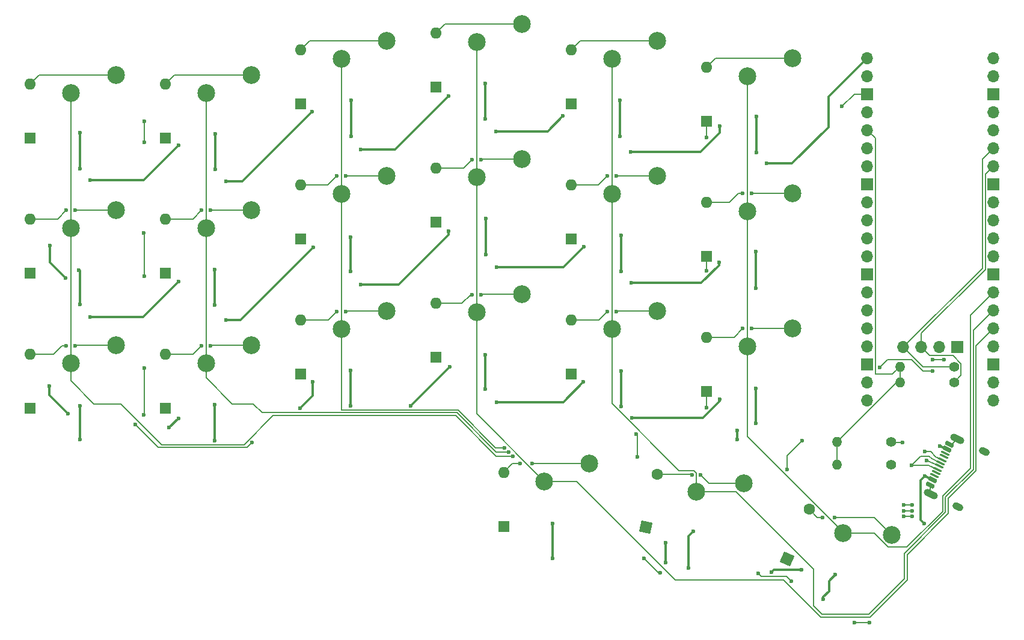
<source format=gbr>
%TF.GenerationSoftware,KiCad,Pcbnew,8.0.8*%
%TF.CreationDate,2025-03-11T20:04:00-04:00*%
%TF.ProjectId,Keyboard,4b657962-6f61-4726-942e-6b696361645f,rev?*%
%TF.SameCoordinates,Original*%
%TF.FileFunction,Copper,L1,Top*%
%TF.FilePolarity,Positive*%
%FSLAX46Y46*%
G04 Gerber Fmt 4.6, Leading zero omitted, Abs format (unit mm)*
G04 Created by KiCad (PCBNEW 8.0.8) date 2025-03-11 20:04:00*
%MOMM*%
%LPD*%
G01*
G04 APERTURE LIST*
G04 Aperture macros list*
%AMRoundRect*
0 Rectangle with rounded corners*
0 $1 Rounding radius*
0 $2 $3 $4 $5 $6 $7 $8 $9 X,Y pos of 4 corners*
0 Add a 4 corners polygon primitive as box body*
4,1,4,$2,$3,$4,$5,$6,$7,$8,$9,$2,$3,0*
0 Add four circle primitives for the rounded corners*
1,1,$1+$1,$2,$3*
1,1,$1+$1,$4,$5*
1,1,$1+$1,$6,$7*
1,1,$1+$1,$8,$9*
0 Add four rect primitives between the rounded corners*
20,1,$1+$1,$2,$3,$4,$5,0*
20,1,$1+$1,$4,$5,$6,$7,0*
20,1,$1+$1,$6,$7,$8,$9,0*
20,1,$1+$1,$8,$9,$2,$3,0*%
%AMHorizOval*
0 Thick line with rounded ends*
0 $1 width*
0 $2 $3 position (X,Y) of the first rounded end (center of the circle)*
0 $4 $5 position (X,Y) of the second rounded end (center of the circle)*
0 Add line between two ends*
20,1,$1,$2,$3,$4,$5,0*
0 Add two circle primitives to create the rounded ends*
1,1,$1,$2,$3*
1,1,$1,$4,$5*%
%AMRotRect*
0 Rectangle, with rotation*
0 The origin of the aperture is its center*
0 $1 length*
0 $2 width*
0 $3 Rotation angle, in degrees counterclockwise*
0 Add horizontal line*
21,1,$1,$2,0,0,$3*%
G04 Aperture macros list end*
%TA.AperFunction,ComponentPad*%
%ADD10C,1.400000*%
%TD*%
%TA.AperFunction,ComponentPad*%
%ADD11O,1.400000X1.400000*%
%TD*%
%TA.AperFunction,ComponentPad*%
%ADD12C,2.500000*%
%TD*%
%TA.AperFunction,ComponentPad*%
%ADD13R,1.600000X1.600000*%
%TD*%
%TA.AperFunction,ComponentPad*%
%ADD14O,1.600000X1.600000*%
%TD*%
%TA.AperFunction,ComponentPad*%
%ADD15R,1.700000X1.700000*%
%TD*%
%TA.AperFunction,ComponentPad*%
%ADD16O,1.700000X1.700000*%
%TD*%
%TA.AperFunction,ComponentPad*%
%ADD17RotRect,1.600000X1.600000X66.121000*%
%TD*%
%TA.AperFunction,ComponentPad*%
%ADD18HorizOval,1.600000X0.000000X0.000000X0.000000X0.000000X0*%
%TD*%
%TA.AperFunction,ComponentPad*%
%ADD19RotRect,1.600000X1.600000X78.060000*%
%TD*%
%TA.AperFunction,ComponentPad*%
%ADD20HorizOval,1.600000X0.000000X0.000000X0.000000X0.000000X0*%
%TD*%
%TA.AperFunction,SMDPad,CuDef*%
%ADD21RoundRect,0.150000X0.387931X-0.349298X0.516144X-0.078076X-0.387931X0.349298X-0.516144X0.078076X0*%
%TD*%
%TA.AperFunction,SMDPad,CuDef*%
%ADD22RoundRect,0.075000X0.487790X-0.313545X0.551896X-0.177934X-0.487790X0.313545X-0.551896X0.177934X0*%
%TD*%
%TA.AperFunction,HeatsinkPad*%
%ADD23HorizOval,1.000000X-0.497241X0.235056X0.497241X-0.235056X0*%
%TD*%
%TA.AperFunction,HeatsinkPad*%
%ADD24HorizOval,1.000000X-0.271223X0.128212X0.271223X-0.128212X0*%
%TD*%
%TA.AperFunction,ViaPad*%
%ADD25C,0.600000*%
%TD*%
%TA.AperFunction,Conductor*%
%ADD26C,0.200000*%
%TD*%
%TA.AperFunction,Conductor*%
%ADD27C,0.350000*%
%TD*%
G04 APERTURE END LIST*
D10*
%TO.P,R6,1*%
%TO.N,OLED2_scl*%
X228795000Y-208150000D03*
D11*
%TO.P,R6,2*%
%TO.N,+3.3V*%
X221175000Y-208150000D03*
%TD*%
D12*
%TO.P,SW24,1,1*%
%TO.N,Col2-0*%
X199665000Y-203010000D03*
%TO.P,SW24,2,2*%
%TO.N,Net-(D27-A)*%
X206015000Y-200470000D03*
%TD*%
D13*
%TO.P,D37,1,K*%
%TO.N,Row2-0*%
X136800000Y-168879000D03*
D14*
%TO.P,D37,2,A*%
%TO.N,Net-(D37-A)*%
X136800000Y-161259000D03*
%TD*%
D15*
%TO.P,Brd4,1,GND*%
%TO.N,GND*%
X229285000Y-203165000D03*
D16*
%TO.P,Brd4,2,VCC*%
%TO.N,+5V*%
X226745000Y-203165000D03*
%TO.P,Brd4,3,SCL*%
%TO.N,OLED2_scl*%
X224205000Y-203165000D03*
%TO.P,Brd4,4,SDA*%
%TO.N,OLED2_sda*%
X221665000Y-203165000D03*
%TD*%
D12*
%TO.P,SW42,1,1*%
%TO.N,Col2-5*%
X104415000Y-205392000D03*
%TO.P,SW42,2,2*%
%TO.N,Net-(D63-A)*%
X110765000Y-202852000D03*
%TD*%
D10*
%TO.P,R7,1*%
%TO.N,Jack2_sda*%
X219955000Y-216550000D03*
D11*
%TO.P,R7,2*%
%TO.N,+3.3V*%
X212335000Y-216550000D03*
%TD*%
D17*
%TO.P,D28,1,K*%
%TO.N,Row2-3*%
X205306017Y-233000569D03*
D18*
%TO.P,D28,2,A*%
%TO.N,Net-(D28-A)*%
X208390642Y-226032823D03*
%TD*%
D12*
%TO.P,SW30,1,1*%
%TO.N,Col2-2*%
X161565000Y-160148000D03*
%TO.P,SW30,2,2*%
%TO.N,Net-(D33-A)*%
X167915000Y-157608000D03*
%TD*%
D13*
%TO.P,D25,1,K*%
%TO.N,Row2-0*%
X193950000Y-171260000D03*
D14*
%TO.P,D25,2,A*%
%TO.N,Net-(D25-A)*%
X193950000Y-163640000D03*
%TD*%
D13*
%TO.P,D38,1,K*%
%TO.N,Row2-1*%
X136800000Y-187929000D03*
D14*
%TO.P,D38,2,A*%
%TO.N,Net-(D38-A)*%
X136800000Y-180309000D03*
%TD*%
D12*
%TO.P,SW27,1,1*%
%TO.N,Col2-1*%
X180615000Y-181579000D03*
%TO.P,SW27,2,2*%
%TO.N,Net-(D30-A)*%
X186965000Y-179039000D03*
%TD*%
D13*
%TO.P,D33,1,K*%
%TO.N,Row2-0*%
X155850000Y-166498000D03*
D14*
%TO.P,D33,2,A*%
%TO.N,Net-(D33-A)*%
X155850000Y-158878000D03*
%TD*%
D13*
%TO.P,D30,1,K*%
%TO.N,Row2-1*%
X174900000Y-187929000D03*
D14*
%TO.P,D30,2,A*%
%TO.N,Net-(D30-A)*%
X174900000Y-180309000D03*
%TD*%
D12*
%TO.P,SW29,1,1*%
%TO.N,Col2-1*%
X192502867Y-223506769D03*
%TO.P,SW29,2,2*%
%TO.N,Net-(D32-A)*%
X199240956Y-222335339D03*
%TD*%
D13*
%TO.P,D36,1,K*%
%TO.N,Row2-3*%
X165375000Y-228425000D03*
D14*
%TO.P,D36,2,A*%
%TO.N,Net-(D36-A)*%
X165375000Y-220805000D03*
%TD*%
D12*
%TO.P,SW23,1,1*%
%TO.N,Col2-0*%
X199665000Y-183960000D03*
%TO.P,SW23,2,2*%
%TO.N,Net-(D26-A)*%
X206015000Y-181420000D03*
%TD*%
D10*
%TO.P,R5,1*%
%TO.N,Jack2_scl*%
X219955000Y-219700000D03*
D11*
%TO.P,R5,2*%
%TO.N,+3.3V*%
X212335000Y-219700000D03*
%TD*%
D12*
%TO.P,SW38,1,1*%
%TO.N,Col2-4*%
X123465000Y-186342000D03*
%TO.P,SW38,2,2*%
%TO.N,Net-(D41-A)*%
X129815000Y-183802000D03*
%TD*%
%TO.P,SW36,1,1*%
%TO.N,Col2-3*%
X142515000Y-200629000D03*
%TO.P,SW36,2,2*%
%TO.N,Net-(D39-A)*%
X148865000Y-198089000D03*
%TD*%
D19*
%TO.P,D32,1,K*%
%TO.N,Row2-3*%
X185440279Y-228563755D03*
D20*
%TO.P,D32,2,A*%
%TO.N,Net-(D32-A)*%
X187016760Y-221108615D03*
%TD*%
D13*
%TO.P,D26,1,K*%
%TO.N,Row2-1*%
X193950000Y-190325000D03*
D14*
%TO.P,D26,2,A*%
%TO.N,Net-(D26-A)*%
X193950000Y-182705000D03*
%TD*%
D12*
%TO.P,SW26,1,1*%
%TO.N,Col2-1*%
X180615000Y-162529000D03*
%TO.P,SW26,2,2*%
%TO.N,Net-(D29-A)*%
X186965000Y-159989000D03*
%TD*%
D13*
%TO.P,D41,1,K*%
%TO.N,Row2-1*%
X117750000Y-192692000D03*
D14*
%TO.P,D41,2,A*%
%TO.N,Net-(D41-A)*%
X117750000Y-185072000D03*
%TD*%
D12*
%TO.P,SW28,1,1*%
%TO.N,Col2-1*%
X180615000Y-200629000D03*
%TO.P,SW28,2,2*%
%TO.N,Net-(D31-A)*%
X186965000Y-198089000D03*
%TD*%
D13*
%TO.P,D29,1,K*%
%TO.N,Row2-0*%
X174900000Y-168879000D03*
D14*
%TO.P,D29,2,A*%
%TO.N,Net-(D29-A)*%
X174900000Y-161259000D03*
%TD*%
D16*
%TO.P,U2,1,GPIO0*%
%TO.N,rgb4*%
X234365000Y-162370000D03*
%TO.P,U2,2,GPIO1*%
%TO.N,unconnected-(U2-GPIO1-Pad2)*%
X234365000Y-164910000D03*
D15*
%TO.P,U2,3,GND*%
%TO.N,GND*%
X234365000Y-167450000D03*
D16*
%TO.P,U2,4,GPIO2*%
%TO.N,unconnected-(U2-GPIO2-Pad4)*%
X234365000Y-169990000D03*
%TO.P,U2,5,GPIO3*%
%TO.N,unconnected-(U2-GPIO3-Pad5)*%
X234365000Y-172530000D03*
%TO.P,U2,6,GPIO4*%
%TO.N,OLED2_sda*%
X234365000Y-175070000D03*
%TO.P,U2,7,GPIO5*%
%TO.N,OLED2_scl*%
X234365000Y-177610000D03*
D15*
%TO.P,U2,8,GND*%
%TO.N,GND*%
X234365000Y-180150000D03*
D16*
%TO.P,U2,9,GPIO6*%
%TO.N,Row2-0*%
X234365000Y-182690000D03*
%TO.P,U2,10,GPIO7*%
%TO.N,Row2-1*%
X234365000Y-185230000D03*
%TO.P,U2,11,GPIO8*%
%TO.N,Row2-2*%
X234365000Y-187770000D03*
%TO.P,U2,12,GPIO9*%
%TO.N,Row2-3*%
X234365000Y-190310000D03*
D15*
%TO.P,U2,13,GND*%
%TO.N,GND*%
X234365000Y-192850000D03*
D16*
%TO.P,U2,14,GPIO10*%
%TO.N,Col2-0*%
X234365000Y-195390000D03*
%TO.P,U2,15,GPIO11*%
%TO.N,Col2-1*%
X234365000Y-197930000D03*
%TO.P,U2,16,GPIO12*%
%TO.N,Col2-2*%
X234365000Y-200470000D03*
%TO.P,U2,17,GPIO13*%
%TO.N,Col2-3*%
X234365000Y-203010000D03*
D15*
%TO.P,U2,18,GND*%
%TO.N,GND*%
X234365000Y-205550000D03*
D16*
%TO.P,U2,19,GPIO14*%
%TO.N,Col2-4*%
X234365000Y-208090000D03*
%TO.P,U2,20,GPIO15*%
%TO.N,Col2-5*%
X234365000Y-210630000D03*
%TO.P,U2,21,GPIO16*%
%TO.N,rgb7*%
X216585000Y-210630000D03*
%TO.P,U2,22,GPIO17*%
%TO.N,unconnected-(U2-GPIO17-Pad22)*%
X216585000Y-208090000D03*
D15*
%TO.P,U2,23,GND*%
%TO.N,GND*%
X216585000Y-205550000D03*
D16*
%TO.P,U2,24,GPIO18*%
%TO.N,Jack2_sda*%
X216585000Y-203010000D03*
%TO.P,U2,25,GPIO19*%
%TO.N,Jack2_scl*%
X216585000Y-200470000D03*
%TO.P,U2,26,GPIO20*%
%TO.N,unconnected-(U2-GPIO20-Pad26)*%
X216585000Y-197930000D03*
%TO.P,U2,27,GPIO21*%
%TO.N,unconnected-(U2-GPIO21-Pad27)*%
X216585000Y-195390000D03*
D15*
%TO.P,U2,28,GND*%
%TO.N,GND*%
X216585000Y-192850000D03*
D16*
%TO.P,U2,29,GPIO22*%
%TO.N,unconnected-(U2-GPIO22-Pad29)*%
X216585000Y-190310000D03*
%TO.P,U2,30,RUN*%
%TO.N,unconnected-(U2-RUN-Pad30)*%
X216585000Y-187770000D03*
%TO.P,U2,31,GPIO26_ADC0*%
%TO.N,unconnected-(U2-GPIO26_ADC0-Pad31)*%
X216585000Y-185230000D03*
%TO.P,U2,32,GPIO27_ADC1*%
%TO.N,unconnected-(U2-GPIO27_ADC1-Pad32)*%
X216585000Y-182690000D03*
D15*
%TO.P,U2,33,AGND*%
%TO.N,unconnected-(U2-AGND-Pad33)*%
X216585000Y-180150000D03*
D16*
%TO.P,U2,34,GPIO28_ADC2*%
%TO.N,unconnected-(U2-GPIO28_ADC2-Pad34)*%
X216585000Y-177610000D03*
%TO.P,U2,35,ADC_VREF*%
%TO.N,unconnected-(U2-ADC_VREF-Pad35)*%
X216585000Y-175070000D03*
%TO.P,U2,36,3V3*%
%TO.N,+3.3V*%
X216585000Y-172530000D03*
%TO.P,U2,37,3V3_EN*%
%TO.N,unconnected-(U2-3V3_EN-Pad37)*%
X216585000Y-169990000D03*
D15*
%TO.P,U2,38,GND*%
%TO.N,GND*%
X216585000Y-167450000D03*
D16*
%TO.P,U2,39,VSYS*%
%TO.N,unconnected-(U2-VSYS-Pad39)*%
X216585000Y-164910000D03*
%TO.P,U2,40,VBUS*%
%TO.N,+5V*%
X216585000Y-162370000D03*
%TD*%
D14*
%TO.P,D62,2,A*%
%TO.N,Net-(D62-A)*%
X98700000Y-185072000D03*
D13*
%TO.P,D62,1,K*%
%TO.N,Row2-1*%
X98700000Y-192692000D03*
%TD*%
D12*
%TO.P,SW25,1,1*%
%TO.N,Col2-0*%
X213164463Y-229362772D03*
%TO.P,SW25,2,2*%
%TO.N,Net-(D28-A)*%
X219999127Y-229610711D03*
%TD*%
D13*
%TO.P,D39,1,K*%
%TO.N,Row2-2*%
X136800000Y-206979000D03*
D14*
%TO.P,D39,2,A*%
%TO.N,Net-(D39-A)*%
X136800000Y-199359000D03*
%TD*%
D12*
%TO.P,SW22,1,1*%
%TO.N,Col2-0*%
X199665000Y-164910000D03*
%TO.P,SW22,2,2*%
%TO.N,Net-(D25-A)*%
X206015000Y-162370000D03*
%TD*%
D14*
%TO.P,D61,2,A*%
%TO.N,Net-(D61-A)*%
X98700000Y-166022000D03*
D13*
%TO.P,D61,1,K*%
%TO.N,Row2-0*%
X98700000Y-173642000D03*
%TD*%
D12*
%TO.P,SW39,1,1*%
%TO.N,Col2-4*%
X123465000Y-205392000D03*
%TO.P,SW39,2,2*%
%TO.N,Net-(D42-A)*%
X129815000Y-202852000D03*
%TD*%
D13*
%TO.P,D34,1,K*%
%TO.N,Row2-1*%
X155850000Y-185548000D03*
D14*
%TO.P,D34,2,A*%
%TO.N,Net-(D34-A)*%
X155850000Y-177928000D03*
%TD*%
D12*
%TO.P,SW34,1,1*%
%TO.N,Col2-3*%
X142515000Y-162529000D03*
%TO.P,SW34,2,2*%
%TO.N,Net-(D37-A)*%
X148865000Y-159989000D03*
%TD*%
%TO.P,SW35,1,1*%
%TO.N,Col2-3*%
X142515000Y-181579000D03*
%TO.P,SW35,2,2*%
%TO.N,Net-(D38-A)*%
X148865000Y-179039000D03*
%TD*%
%TO.P,SW40,1,1*%
%TO.N,Col2-5*%
X104415000Y-167292000D03*
%TO.P,SW40,2,2*%
%TO.N,Net-(D61-A)*%
X110765000Y-164752000D03*
%TD*%
D14*
%TO.P,D63,2,A*%
%TO.N,Net-(D63-A)*%
X98700000Y-204122000D03*
D13*
%TO.P,D63,1,K*%
%TO.N,Row2-2*%
X98700000Y-211742000D03*
%TD*%
D21*
%TO.P,J2,A1,GND*%
%TO.N,GND*%
X225452110Y-222597495D03*
%TO.P,J2,A4,VBUS*%
%TO.N,+5V*%
X225794009Y-221874235D03*
D22*
%TO.P,J2,A5,CC1*%
%TO.N,unconnected-(J2-CC1-PadA5)*%
X226285489Y-220834549D03*
%TO.P,J2,A6,D+*%
%TO.N,Jack2_sda*%
X226712862Y-219930473D03*
%TO.P,J2,A7,D-*%
%TO.N,Jack2_scl*%
X226926549Y-219478436D03*
%TO.P,J2,A8,SBU1*%
%TO.N,unconnected-(J2-SBU1-PadA8)*%
X227353923Y-218574361D03*
D21*
%TO.P,J2,A9,VBUS*%
%TO.N,+5V*%
X227845403Y-217534674D03*
%TO.P,J2,A12,GND*%
%TO.N,GND*%
X228187301Y-216811414D03*
%TO.P,J2,B1,GND*%
X228187301Y-216811414D03*
%TO.P,J2,B4,VBUS*%
%TO.N,+5V*%
X227845403Y-217534674D03*
D22*
%TO.P,J2,B5,CC2*%
%TO.N,unconnected-(J2-CC2-PadB5)*%
X227567610Y-218122323D03*
%TO.P,J2,B6,D+*%
%TO.N,Jack2_sda*%
X227140236Y-219026398D03*
%TO.P,J2,B7,D-*%
%TO.N,Jack2_scl*%
X226499176Y-220382511D03*
%TO.P,J2,B8,SBU2*%
%TO.N,unconnected-(J2-SBU2-PadB8)*%
X226071802Y-221286586D03*
D21*
%TO.P,J2,B9,VBUS*%
%TO.N,+5V*%
X225794009Y-221874235D03*
%TO.P,J2,B12,GND*%
%TO.N,GND*%
X225452110Y-222597495D03*
D23*
%TO.P,J2,S1,SHIELD*%
X225552060Y-223883578D03*
D24*
X229331094Y-225670000D03*
D23*
X229244568Y-216072369D03*
D24*
X233023602Y-217858791D03*
%TD*%
D10*
%TO.P,R8,1*%
%TO.N,OLED2_sda*%
X228795000Y-205900000D03*
D11*
%TO.P,R8,2*%
%TO.N,+3.3V*%
X221175000Y-205900000D03*
%TD*%
D12*
%TO.P,SW41,1,1*%
%TO.N,Col2-5*%
X104415000Y-186342000D03*
%TO.P,SW41,2,2*%
%TO.N,Net-(D62-A)*%
X110765000Y-183802000D03*
%TD*%
D13*
%TO.P,D42,1,K*%
%TO.N,Row2-2*%
X117750000Y-211742000D03*
D14*
%TO.P,D42,2,A*%
%TO.N,Net-(D42-A)*%
X117750000Y-204122000D03*
%TD*%
D13*
%TO.P,D35,1,K*%
%TO.N,Row2-2*%
X155850000Y-204598000D03*
D14*
%TO.P,D35,2,A*%
%TO.N,Net-(D35-A)*%
X155850000Y-196978000D03*
%TD*%
D12*
%TO.P,SW32,1,1*%
%TO.N,Col2-2*%
X161565000Y-198248000D03*
%TO.P,SW32,2,2*%
%TO.N,Net-(D35-A)*%
X167915000Y-195708000D03*
%TD*%
D13*
%TO.P,D27,1,K*%
%TO.N,Row2-2*%
X193950000Y-209360000D03*
D14*
%TO.P,D27,2,A*%
%TO.N,Net-(D27-A)*%
X193950000Y-201740000D03*
%TD*%
D12*
%TO.P,SW31,1,1*%
%TO.N,Col2-2*%
X161565000Y-179198000D03*
%TO.P,SW31,2,2*%
%TO.N,Net-(D34-A)*%
X167915000Y-176658000D03*
%TD*%
%TO.P,SW33,1,1*%
%TO.N,Col2-2*%
X171090000Y-222060000D03*
%TO.P,SW33,2,2*%
%TO.N,Net-(D36-A)*%
X177440000Y-219520000D03*
%TD*%
D13*
%TO.P,D31,1,K*%
%TO.N,Row2-2*%
X174900000Y-206979000D03*
D14*
%TO.P,D31,2,A*%
%TO.N,Net-(D31-A)*%
X174900000Y-199359000D03*
%TD*%
D13*
%TO.P,D40,1,K*%
%TO.N,Row2-0*%
X117750000Y-173642000D03*
D14*
%TO.P,D40,2,A*%
%TO.N,Net-(D40-A)*%
X117750000Y-166022000D03*
%TD*%
D12*
%TO.P,SW37,1,1*%
%TO.N,Col2-4*%
X123465000Y-167292000D03*
%TO.P,SW37,2,2*%
%TO.N,Net-(D40-A)*%
X129815000Y-164752000D03*
%TD*%
D25*
%TO.N,+5V*%
X162800000Y-209100000D03*
X203100000Y-234900000D03*
%TO.N,GND*%
X114750000Y-171300000D03*
%TO.N,Net-(D38-A)*%
X141915000Y-179040000D03*
%TO.N,+5V*%
X183400000Y-194100000D03*
%TO.N,GND*%
X227420000Y-204915000D03*
%TO.N,+5V*%
X124700000Y-211300000D03*
%TO.N,GND*%
X114750000Y-193100000D03*
%TO.N,Jack2_sda*%
X224670000Y-217900000D03*
%TO.N,+5V*%
X188190000Y-233510000D03*
X124800000Y-178100000D03*
X224690000Y-221320000D03*
X202420000Y-177250000D03*
X181900000Y-206500000D03*
%TO.N,Col2-3*%
X222900929Y-225439994D03*
%TO.N,+5V*%
X126300000Y-179800000D03*
X224600000Y-228000000D03*
X157800000Y-205900000D03*
X105700000Y-178000000D03*
X105700000Y-211400000D03*
X162800000Y-171000000D03*
X183300000Y-175600000D03*
X181900000Y-192500000D03*
X162900000Y-185000000D03*
X200900000Y-213900000D03*
X192100000Y-229100000D03*
X138400000Y-169975000D03*
X107200000Y-198900000D03*
X143900000Y-173400000D03*
X157600000Y-167775000D03*
X195800000Y-210475000D03*
X181900000Y-211500000D03*
X143800000Y-211400000D03*
%TO.N,GND*%
X218340000Y-206020000D03*
%TO.N,+5V*%
X145300000Y-194300000D03*
X119600000Y-193875000D03*
X103700000Y-193400000D03*
%TO.N,Net-(D36-A)*%
X167735735Y-219554265D03*
%TO.N,+5V*%
X198290000Y-214900000D03*
X143800000Y-187600000D03*
%TO.N,Col2-5*%
X221700000Y-227048878D03*
%TO.N,+5V*%
X162800000Y-204200000D03*
X126300000Y-199300000D03*
X200900000Y-189700000D03*
X104000000Y-212500000D03*
X176700000Y-188979000D03*
X164400000Y-210900000D03*
X105700000Y-172900000D03*
%TO.N,GND*%
X205860000Y-236140000D03*
X114750000Y-174300000D03*
%TO.N,+5V*%
X105700000Y-216200000D03*
X183474265Y-213125735D03*
X173723310Y-170570000D03*
X210400000Y-238700000D03*
X118300000Y-214500000D03*
%TO.N,Net-(D63-A)*%
X103815000Y-202940000D03*
%TO.N,Row2-1*%
X193950000Y-192400000D03*
%TO.N,Net-(D27-A)*%
X200265000Y-200540000D03*
%TO.N,+5V*%
X124700000Y-216300000D03*
%TO.N,GND*%
X129982765Y-216572765D03*
%TO.N,Col2-3*%
X165510738Y-217329265D03*
%TO.N,Net-(D30-A)*%
X181215000Y-179040000D03*
%TO.N,+5V*%
X181800000Y-168300000D03*
%TO.N,GND*%
X185180000Y-232950000D03*
X201210000Y-235090000D03*
X225790000Y-206500000D03*
X184070735Y-215419265D03*
%TO.N,Net-(D30-A)*%
X180015000Y-179040000D03*
%TO.N,GND*%
X184240000Y-218640000D03*
X114725000Y-187040000D03*
%TO.N,Jack2_sda*%
X224900000Y-219100000D03*
%TO.N,Row2-2*%
X193950000Y-211675000D03*
%TO.N,Net-(D28-A)*%
X210277462Y-227212538D03*
%TO.N,+5V*%
X105600000Y-192300000D03*
%TO.N,Net-(D28-A)*%
X211975992Y-227214008D03*
%TO.N,Row2-3*%
X207450000Y-216315735D03*
%TO.N,GND*%
X187450000Y-234940000D03*
%TO.N,Row2-3*%
X205306017Y-220425160D03*
%TO.N,+5V*%
X176600000Y-208075000D03*
X101400000Y-208600000D03*
%TO.N,Net-(D32-A)*%
X193102867Y-221140000D03*
%TO.N,Net-(D35-A)*%
X162165000Y-195740000D03*
%TO.N,+5V*%
X172300000Y-228000000D03*
%TO.N,Net-(D35-A)*%
X160965000Y-195740000D03*
%TO.N,Net-(D42-A)*%
X124065000Y-202940000D03*
%TO.N,Col2-5*%
X166710735Y-218529265D03*
%TO.N,Net-(D38-A)*%
X143115000Y-179040000D03*
%TO.N,Col2-4*%
X166110738Y-217929265D03*
%TO.N,Net-(D39-A)*%
X141915000Y-198140000D03*
%TO.N,+5V*%
X124800000Y-173100000D03*
X143900000Y-168300000D03*
X157600000Y-186819000D03*
%TO.N,Col2-4*%
X222900929Y-226239997D03*
%TO.N,Net-(D34-A)*%
X162165000Y-176740000D03*
%TO.N,+5V*%
X136700000Y-211800000D03*
X162900000Y-190100000D03*
X162800000Y-166000000D03*
%TO.N,Col2-5*%
X222900929Y-227048878D03*
%TO.N,+5V*%
X195800000Y-172000000D03*
X201000000Y-175700000D03*
%TO.N,Net-(D26-A)*%
X199065000Y-181440000D03*
%TO.N,Jack2_scl*%
X222800000Y-219800000D03*
%TO.N,Net-(D27-A)*%
X199065000Y-200540000D03*
%TO.N,Net-(D31-A)*%
X180015000Y-198140000D03*
%TO.N,+5V*%
X138500000Y-208075000D03*
%TO.N,Net-(D32-A)*%
X191902867Y-221140000D03*
%TO.N,+5V*%
X119600000Y-213200000D03*
X226770000Y-217070000D03*
%TO.N,Net-(D36-A)*%
X169434265Y-219555735D03*
%TO.N,Net-(D62-A)*%
X105015000Y-183840000D03*
%TO.N,+5V*%
X143844000Y-192444000D03*
X188190000Y-230769716D03*
%TO.N,GND*%
X225790000Y-204915000D03*
%TO.N,+5V*%
X201000000Y-170600000D03*
X207300000Y-234580000D03*
X200900000Y-209000000D03*
X200900000Y-194800000D03*
%TO.N,Col2-3*%
X221700929Y-225440090D03*
%TO.N,+5V*%
X191400000Y-234300000D03*
%TO.N,Net-(D34-A)*%
X160965000Y-176740000D03*
%TO.N,Row2-0*%
X193950000Y-173575000D03*
%TO.N,+5V*%
X124700000Y-192200000D03*
X107200000Y-179600000D03*
%TO.N,Jack2_sda*%
X221555000Y-216600000D03*
%TO.N,+5V*%
X143800000Y-206400000D03*
X164400000Y-191900000D03*
%TO.N,Net-(D63-A)*%
X105015000Y-202940000D03*
%TO.N,GND*%
X114720000Y-212690000D03*
%TO.N,+5V*%
X198260000Y-216180000D03*
X124700000Y-197200000D03*
X164300000Y-172700000D03*
%TO.N,Net-(D26-A)*%
X200265000Y-181440000D03*
%TO.N,+5V*%
X172300000Y-232900000D03*
X181800000Y-173400000D03*
%TO.N,GND*%
X216900000Y-242000000D03*
%TO.N,Net-(D31-A)*%
X181215000Y-198140000D03*
%TO.N,GND*%
X113540735Y-214089265D03*
%TO.N,+5V*%
X138600000Y-189075000D03*
%TO.N,Net-(D62-A)*%
X103815000Y-183840000D03*
%TO.N,+5V*%
X195700000Y-191200000D03*
X145300000Y-175300000D03*
X212100000Y-235200000D03*
X101500000Y-188800000D03*
X119600000Y-174692000D03*
%TO.N,GND*%
X114750000Y-206107000D03*
%TO.N,Net-(D41-A)*%
X124065000Y-183840000D03*
%TO.N,GND*%
X214800000Y-242000000D03*
%TO.N,+5V*%
X181900000Y-187400000D03*
%TO.N,Col2-4*%
X221688526Y-226239997D03*
%TO.N,+5V*%
X152300000Y-211400000D03*
%TO.N,Net-(D42-A)*%
X122865000Y-202940000D03*
%TO.N,Net-(D39-A)*%
X143115000Y-198140000D03*
%TO.N,GND*%
X213000000Y-169200000D03*
%TO.N,+5V*%
X105700000Y-197100000D03*
%TO.N,Net-(D41-A)*%
X122865000Y-183840000D03*
%TD*%
D26*
%TO.N,Col2-5*%
X117200000Y-216900000D02*
X111481000Y-211181000D01*
X158610000Y-212800000D02*
X132907000Y-212800000D01*
%TO.N,Net-(D35-A)*%
X159512000Y-196978000D02*
X155850000Y-196978000D01*
%TO.N,Jack2_sda*%
X227140236Y-219026398D02*
X226250000Y-218610000D01*
%TO.N,Col2-2*%
X231900000Y-202935000D02*
X231900000Y-220600000D01*
%TO.N,Net-(D33-A)*%
X157120000Y-157608000D02*
X155850000Y-158878000D01*
%TO.N,GND*%
X216585000Y-167450000D02*
X214750000Y-167450000D01*
X228505523Y-216811414D02*
X229244568Y-216072369D01*
D27*
%TO.N,+5V*%
X150600000Y-194300000D02*
X145300000Y-194300000D01*
X226770000Y-217070000D02*
X227845403Y-217534674D01*
X138600000Y-189075000D02*
X128375000Y-199300000D01*
X211183065Y-237592503D02*
X211183065Y-236116935D01*
D26*
%TO.N,Net-(D61-A)*%
X99970000Y-164752000D02*
X98700000Y-166022000D01*
%TO.N,Col2-1*%
X227600000Y-224334314D02*
X231500000Y-220434314D01*
D27*
%TO.N,+5V*%
X210400000Y-238700000D02*
X210400000Y-238375568D01*
D26*
%TO.N,Col2-5*%
X128807000Y-216900000D02*
X117200000Y-216900000D01*
%TO.N,GND*%
X218340000Y-206020000D02*
X219460000Y-204900000D01*
%TO.N,Net-(D35-A)*%
X162197000Y-195708000D02*
X162165000Y-195740000D01*
%TO.N,GND*%
X219460000Y-204900000D02*
X222834314Y-204900000D01*
D27*
%TO.N,+5V*%
X207300000Y-234580000D02*
X203420000Y-234580000D01*
X195800000Y-210475000D02*
X195800000Y-210779595D01*
D26*
%TO.N,Col2-1*%
X190040000Y-220540000D02*
X192151396Y-220540000D01*
%TO.N,Col2-2*%
X204760000Y-235960000D02*
X189583402Y-235960000D01*
%TO.N,+3.3V*%
X220145000Y-206930000D02*
X217735000Y-206930000D01*
%TO.N,Col2-2*%
X161565000Y-179198000D02*
X161565000Y-198248000D01*
%TO.N,+3.3V*%
X212335000Y-219700000D02*
X212335000Y-216550000D01*
D27*
%TO.N,+5V*%
X105700000Y-216200000D02*
X105700000Y-211400000D01*
D26*
%TO.N,Net-(D27-A)*%
X197865000Y-201740000D02*
X193950000Y-201740000D01*
D27*
%TO.N,+5V*%
X114575000Y-198900000D02*
X107200000Y-198900000D01*
X128575000Y-179800000D02*
X126300000Y-179800000D01*
X201000000Y-175700000D02*
X201000000Y-170600000D01*
D26*
%TO.N,Col2-1*%
X198083390Y-223506769D02*
X209000000Y-234423379D01*
%TO.N,Net-(D40-A)*%
X129815000Y-164752000D02*
X119020000Y-164752000D01*
%TO.N,Col2-0*%
X227200000Y-224168628D02*
X231100000Y-220268628D01*
D27*
%TO.N,+5V*%
X203420000Y-234580000D02*
X203100000Y-234900000D01*
D26*
%TO.N,Net-(D42-A)*%
X122865000Y-202940000D02*
X121683000Y-204122000D01*
%TO.N,Net-(D26-A)*%
X200285000Y-181420000D02*
X200265000Y-181440000D01*
%TO.N,Col2-1*%
X221815685Y-235840000D02*
X221815685Y-232240001D01*
D27*
%TO.N,+5V*%
X124800000Y-178100000D02*
X124800000Y-173100000D01*
D26*
%TO.N,Col2-1*%
X192502867Y-220891471D02*
X192502867Y-223506769D01*
X231500000Y-220434314D02*
X231500000Y-200795000D01*
%TO.N,Net-(D28-A)*%
X217602422Y-227214008D02*
X211975992Y-227214008D01*
D27*
%TO.N,+5V*%
X143900000Y-173400000D02*
X143900000Y-168300000D01*
D26*
%TO.N,Net-(D30-A)*%
X186965000Y-179039000D02*
X181216000Y-179039000D01*
%TO.N,GND*%
X201620000Y-235500000D02*
X205220000Y-235500000D01*
%TO.N,Col2-1*%
X180615000Y-181579000D02*
X180615000Y-162529000D01*
%TO.N,Col2-3*%
X221701025Y-225439994D02*
X221700929Y-225440090D01*
D27*
%TO.N,+5V*%
X181800000Y-173400000D02*
X181800000Y-168300000D01*
X211110000Y-172110000D02*
X211110000Y-167845000D01*
D26*
%TO.N,+3.3V*%
X221175000Y-205900000D02*
X220145000Y-206930000D01*
%TO.N,Net-(D38-A)*%
X143116000Y-179039000D02*
X143115000Y-179040000D01*
D27*
%TO.N,+5V*%
X210400000Y-238375568D02*
X211183065Y-237592503D01*
X202420000Y-177250000D02*
X205970000Y-177250000D01*
X101500000Y-191200000D02*
X103700000Y-193400000D01*
D26*
%TO.N,Col2-2*%
X161565000Y-160148000D02*
X161565000Y-179198000D01*
D27*
%TO.N,+5V*%
X211183065Y-236116935D02*
X212100000Y-235200000D01*
X172300000Y-232900000D02*
X172300000Y-228000000D01*
D26*
%TO.N,Net-(D35-A)*%
X167915000Y-195708000D02*
X162197000Y-195708000D01*
D27*
%TO.N,+5V*%
X198260000Y-214930000D02*
X198290000Y-214900000D01*
D26*
%TO.N,Net-(D38-A)*%
X141915000Y-179040000D02*
X140646000Y-180309000D01*
D27*
%TO.N,+5V*%
X143844000Y-192444000D02*
X143800000Y-192400000D01*
D26*
%TO.N,Net-(D31-A)*%
X178796000Y-199359000D02*
X174900000Y-199359000D01*
%TO.N,Net-(D36-A)*%
X166550000Y-219640000D02*
X166540000Y-219640000D01*
D27*
%TO.N,+5V*%
X200900000Y-194800000D02*
X200900000Y-189700000D01*
D26*
%TO.N,GND*%
X114750000Y-193100000D02*
X114750000Y-187065000D01*
%TO.N,Jack2_sda*%
X226250000Y-218610000D02*
X225540000Y-217900000D01*
D27*
%TO.N,+5V*%
X195700000Y-191200000D02*
X195700000Y-191604595D01*
D26*
%TO.N,Col2-4*%
X166110738Y-217929265D02*
X164304951Y-217929265D01*
%TO.N,Net-(D36-A)*%
X166635735Y-219554265D02*
X166550000Y-219640000D01*
%TO.N,Net-(D62-A)*%
X102583000Y-185072000D02*
X98700000Y-185072000D01*
D27*
%TO.N,+5V*%
X162800000Y-171000000D02*
X162800000Y-166000000D01*
X193204595Y-194100000D02*
X183400000Y-194100000D01*
X119600000Y-174692000D02*
X114692000Y-179600000D01*
X114692000Y-179600000D02*
X107200000Y-179600000D01*
X173775000Y-210900000D02*
X164400000Y-210900000D01*
X191400000Y-234300000D02*
X191400000Y-229800000D01*
X138400000Y-169975000D02*
X128575000Y-179800000D01*
X157800000Y-205900000D02*
X152300000Y-211400000D01*
D26*
%TO.N,GND*%
X225790000Y-204915000D02*
X227420000Y-204915000D01*
D27*
%TO.N,+5V*%
X101500000Y-188800000D02*
X101500000Y-191200000D01*
X173723310Y-170570000D02*
X171593310Y-172700000D01*
X193453860Y-213125735D02*
X183474265Y-213125735D01*
X225794009Y-221874235D02*
X224690000Y-221320000D01*
X173779000Y-191900000D02*
X164400000Y-191900000D01*
D26*
%TO.N,OLED2_sda*%
X228795000Y-205900000D02*
X224400000Y-205900000D01*
%TO.N,+3.3V*%
X217735000Y-173680000D02*
X216585000Y-172530000D01*
D27*
%TO.N,+5V*%
X195800000Y-172000000D02*
X195800000Y-172900000D01*
X193100000Y-175600000D02*
X183300000Y-175600000D01*
X176700000Y-188979000D02*
X173779000Y-191900000D01*
D26*
%TO.N,Col2-1*%
X209000000Y-239634314D02*
X210191403Y-240825717D01*
X180615000Y-211115000D02*
X190040000Y-220540000D01*
D27*
%TO.N,+5V*%
X150075000Y-175300000D02*
X145300000Y-175300000D01*
X124700000Y-216300000D02*
X124700000Y-211300000D01*
X101400000Y-208600000D02*
X101400000Y-209900000D01*
X181900000Y-192500000D02*
X181900000Y-187400000D01*
X188190000Y-230769716D02*
X188190000Y-233510000D01*
X138500000Y-208075000D02*
X138500000Y-210000000D01*
X195800000Y-210779595D02*
X193453860Y-213125735D01*
X211110000Y-167845000D02*
X216585000Y-162370000D01*
X138500000Y-210000000D02*
X136700000Y-211800000D01*
X101400000Y-209900000D02*
X104000000Y-212500000D01*
X162800000Y-209100000D02*
X162800000Y-204200000D01*
D26*
%TO.N,GND*%
X228187301Y-216811414D02*
X228505523Y-216811414D01*
D27*
%TO.N,+5V*%
X119600000Y-193875000D02*
X114575000Y-198900000D01*
X128375000Y-199300000D02*
X126300000Y-199300000D01*
X198260000Y-216180000D02*
X198260000Y-214930000D01*
D26*
%TO.N,Col2-0*%
X213164464Y-229251010D02*
X213164464Y-229362771D01*
%TO.N,GND*%
X114750000Y-187065000D02*
X114725000Y-187040000D01*
%TO.N,Col2-1*%
X227600000Y-226455686D02*
X227600000Y-224334314D01*
D27*
%TO.N,+5V*%
X162900000Y-190100000D02*
X162900000Y-185000000D01*
D26*
%TO.N,GND*%
X185180000Y-232950000D02*
X187170000Y-234940000D01*
D27*
%TO.N,+5V*%
X105700000Y-178000000D02*
X105700000Y-172900000D01*
X195700000Y-191604595D02*
X193204595Y-194100000D01*
X171593310Y-172700000D02*
X164300000Y-172700000D01*
X157600000Y-186819000D02*
X157600000Y-187300000D01*
X157600000Y-167775000D02*
X150075000Y-175300000D01*
D26*
%TO.N,GND*%
X116751470Y-217300000D02*
X113540735Y-214089265D01*
D27*
%TO.N,+5V*%
X143800000Y-211400000D02*
X143800000Y-206400000D01*
X124700000Y-197200000D02*
X124700000Y-192200000D01*
D26*
%TO.N,GND*%
X129982765Y-216572765D02*
X129255530Y-217300000D01*
D27*
%TO.N,+5V*%
X157600000Y-187300000D02*
X150600000Y-194300000D01*
X224600000Y-228000000D02*
X224108858Y-227508858D01*
D26*
%TO.N,Net-(D25-A)*%
X206015000Y-162370000D02*
X195220000Y-162370000D01*
%TO.N,Col2-3*%
X165510738Y-217329265D02*
X164270637Y-217329265D01*
%TO.N,Net-(D32-A)*%
X194298206Y-222335339D02*
X193102867Y-221140000D01*
D27*
%TO.N,+5V*%
X205970000Y-177250000D02*
X211110000Y-172110000D01*
X119600000Y-213200000D02*
X118300000Y-214500000D01*
D26*
%TO.N,Row2-0*%
X193950000Y-173575000D02*
X193950000Y-171260000D01*
%TO.N,GND*%
X214750000Y-167450000D02*
X213000000Y-169200000D01*
%TO.N,Net-(D31-A)*%
X180015000Y-198140000D02*
X178796000Y-199359000D01*
%TO.N,Col2-4*%
X164304951Y-217929265D02*
X158775686Y-212400000D01*
%TO.N,Col2-0*%
X219536382Y-231340000D02*
X222150000Y-231340000D01*
%TO.N,Row2-1*%
X193950000Y-192400000D02*
X193950000Y-190325000D01*
D27*
%TO.N,+5V*%
X200900000Y-213900000D02*
X200900000Y-209000000D01*
D26*
%TO.N,Col2-0*%
X227200000Y-226290000D02*
X227200000Y-224168628D01*
%TO.N,Col2-4*%
X130117000Y-211157000D02*
X127176598Y-211157000D01*
%TO.N,Col2-0*%
X231100000Y-198655000D02*
X234365000Y-195390000D01*
D27*
%TO.N,+5V*%
X176600000Y-208075000D02*
X173775000Y-210900000D01*
D26*
%TO.N,Col2-3*%
X142515000Y-200629000D02*
X142515000Y-181579000D01*
D27*
%TO.N,+5V*%
X181900000Y-211500000D02*
X181900000Y-206500000D01*
D26*
%TO.N,Net-(D36-A)*%
X167735735Y-219554265D02*
X166635735Y-219554265D01*
%TO.N,Net-(D28-A)*%
X219999126Y-229610712D02*
X217602422Y-227214008D01*
%TO.N,Net-(D42-A)*%
X121683000Y-204122000D02*
X117750000Y-204122000D01*
D27*
%TO.N,+5V*%
X191400000Y-229800000D02*
X192100000Y-229100000D01*
D26*
%TO.N,GND*%
X184070735Y-215419265D02*
X184240000Y-215588530D01*
X187170000Y-234940000D02*
X187450000Y-234940000D01*
X222834314Y-204900000D02*
X224434314Y-206500000D01*
X205220000Y-235500000D02*
X205860000Y-236140000D01*
X184240000Y-215588530D02*
X184240000Y-218640000D01*
X225452110Y-222597495D02*
X225452110Y-223783628D01*
X224434314Y-206500000D02*
X225790000Y-206500000D01*
X114720000Y-212690000D02*
X114750000Y-212660000D01*
X129255530Y-217300000D02*
X116751470Y-217300000D01*
X225452110Y-223783628D02*
X225552060Y-223883578D01*
X114750000Y-212660000D02*
X114750000Y-206107000D01*
X201210000Y-235090000D02*
X201620000Y-235500000D01*
%TO.N,OLED2_scl*%
X229795000Y-207150000D02*
X229795000Y-205485000D01*
%TO.N,Net-(D30-A)*%
X178746000Y-180309000D02*
X174900000Y-180309000D01*
D27*
%TO.N,+5V*%
X143800000Y-192400000D02*
X143800000Y-187600000D01*
D26*
%TO.N,Col2-2*%
X234365000Y-200470000D02*
X231900000Y-202935000D01*
%TO.N,Jack2_scl*%
X225200000Y-219800000D02*
X226499176Y-220382511D01*
D27*
%TO.N,+5V*%
X224108858Y-227508858D02*
X224108858Y-221901142D01*
D26*
%TO.N,Net-(D63-A)*%
X101968000Y-204122000D02*
X98700000Y-204122000D01*
D27*
%TO.N,+5V*%
X195800000Y-172900000D02*
X193100000Y-175600000D01*
D26*
%TO.N,Net-(D31-A)*%
X181266000Y-198089000D02*
X181215000Y-198140000D01*
%TO.N,Col2-0*%
X231100000Y-220268628D02*
X231100000Y-198655000D01*
X199665000Y-203010000D02*
X199665000Y-215751546D01*
X199665000Y-215751546D02*
X213164464Y-229251010D01*
X199665000Y-183960000D02*
X199665000Y-203010000D01*
%TO.N,Col2-3*%
X164270637Y-217329265D02*
X158941372Y-212000000D01*
%TO.N,Col2-0*%
X199665000Y-164910000D02*
X199665000Y-183960000D01*
%TO.N,Col2-2*%
X216995655Y-241225717D02*
X210025717Y-241225717D01*
%TO.N,Col2-0*%
X213164464Y-229362771D02*
X217559153Y-229362771D01*
X222150000Y-231340000D02*
X227200000Y-226290000D01*
X217559153Y-229362771D02*
X219536382Y-231340000D01*
%TO.N,Col2-3*%
X158941372Y-212000000D02*
X142515000Y-212000000D01*
%TO.N,Net-(D63-A)*%
X105103000Y-202852000D02*
X105015000Y-202940000D01*
%TO.N,OLED2_scl*%
X234365000Y-177610000D02*
X233215000Y-178760000D01*
%TO.N,+3.3V*%
X212335000Y-216550000D02*
X220735000Y-208150000D01*
%TO.N,Net-(D28-A)*%
X210277462Y-227212538D02*
X209570357Y-227212538D01*
%TO.N,Col2-1*%
X231500000Y-200795000D02*
X234365000Y-197930000D01*
%TO.N,Net-(D25-A)*%
X195220000Y-162370000D02*
X193950000Y-163640000D01*
D27*
%TO.N,+5V*%
X105700000Y-197100000D02*
X105700000Y-192400000D01*
X105700000Y-192400000D02*
X105600000Y-192300000D01*
D26*
%TO.N,Jack2_scl*%
X224100000Y-218500000D02*
X225300000Y-218500000D01*
%TO.N,GND*%
X114750000Y-174300000D02*
X114750000Y-171300000D01*
%TO.N,Col2-4*%
X221688526Y-226239997D02*
X222900929Y-226239997D01*
%TO.N,Net-(D32-A)*%
X191902867Y-221140000D02*
X191871482Y-221108615D01*
%TO.N,Net-(D29-A)*%
X186965000Y-159989000D02*
X176170000Y-159989000D01*
%TO.N,Net-(D30-A)*%
X180015000Y-179040000D02*
X178746000Y-180309000D01*
X181216000Y-179039000D02*
X181215000Y-179040000D01*
%TO.N,Net-(D31-A)*%
X186965000Y-198089000D02*
X181266000Y-198089000D01*
%TO.N,Col2-5*%
X104415000Y-186342000D02*
X104415000Y-205392000D01*
%TO.N,Net-(D34-A)*%
X159777000Y-177928000D02*
X155850000Y-177928000D01*
%TO.N,Net-(D32-A)*%
X199240956Y-222335339D02*
X194298206Y-222335339D01*
X191871482Y-221108615D02*
X187016760Y-221108615D01*
%TO.N,Net-(D33-A)*%
X167915000Y-157608000D02*
X157120000Y-157608000D01*
%TO.N,Net-(D34-A)*%
X167915000Y-176658000D02*
X162247000Y-176658000D01*
%TO.N,Net-(D29-A)*%
X176170000Y-159989000D02*
X174900000Y-161259000D01*
%TO.N,Net-(D34-A)*%
X162247000Y-176658000D02*
X162165000Y-176740000D01*
%TO.N,Net-(D63-A)*%
X103150000Y-202940000D02*
X101968000Y-204122000D01*
%TO.N,Net-(D34-A)*%
X160965000Y-176740000D02*
X159777000Y-177928000D01*
%TO.N,Net-(D36-A)*%
X166540000Y-219640000D02*
X165375000Y-220805000D01*
%TO.N,Net-(D35-A)*%
X160750000Y-195740000D02*
X159512000Y-196978000D01*
X160965000Y-195740000D02*
X160750000Y-195740000D01*
%TO.N,Net-(D36-A)*%
X177440000Y-219520000D02*
X169470000Y-219520000D01*
X169470000Y-219520000D02*
X169434265Y-219555735D01*
%TO.N,Net-(D37-A)*%
X138070000Y-159989000D02*
X136800000Y-161259000D01*
X148865000Y-159989000D02*
X138070000Y-159989000D01*
%TO.N,Net-(D38-A)*%
X140646000Y-180309000D02*
X136800000Y-180309000D01*
X148865000Y-179039000D02*
X143116000Y-179039000D01*
%TO.N,Net-(D39-A)*%
X148865000Y-198089000D02*
X143166000Y-198089000D01*
X140696000Y-199359000D02*
X136800000Y-199359000D01*
X143166000Y-198089000D02*
X143115000Y-198140000D01*
X141915000Y-198140000D02*
X140696000Y-199359000D01*
%TO.N,Net-(D40-A)*%
X119020000Y-164752000D02*
X117750000Y-166022000D01*
%TO.N,Net-(D41-A)*%
X129815000Y-183802000D02*
X124103000Y-183802000D01*
X122865000Y-183840000D02*
X121633000Y-185072000D01*
X124103000Y-183802000D02*
X124065000Y-183840000D01*
%TO.N,Col2-5*%
X164339265Y-218529265D02*
X158610000Y-212800000D01*
%TO.N,Net-(D41-A)*%
X121633000Y-185072000D02*
X117750000Y-185072000D01*
%TO.N,Net-(D42-A)*%
X124153000Y-202852000D02*
X124065000Y-202940000D01*
X129815000Y-202852000D02*
X124153000Y-202852000D01*
%TO.N,Net-(D61-A)*%
X110765000Y-164752000D02*
X99970000Y-164752000D01*
%TO.N,Net-(D62-A)*%
X103815000Y-183840000D02*
X102583000Y-185072000D01*
X110765000Y-183802000D02*
X105053000Y-183802000D01*
X105053000Y-183802000D02*
X105015000Y-183840000D01*
%TO.N,Net-(D63-A)*%
X110765000Y-202852000D02*
X105103000Y-202852000D01*
X103815000Y-202940000D02*
X103150000Y-202940000D01*
%TO.N,Col2-4*%
X127176598Y-211157000D02*
X123465000Y-207445402D01*
%TO.N,Row2-3*%
X205306017Y-220425160D02*
X205306017Y-218459718D01*
%TO.N,Net-(D26-A)*%
X197185000Y-182705000D02*
X193950000Y-182705000D01*
X198450000Y-181440000D02*
X197185000Y-182705000D01*
X206015000Y-181420000D02*
X200285000Y-181420000D01*
X199065000Y-181440000D02*
X198450000Y-181440000D01*
%TO.N,Row2-2*%
X193950000Y-209360000D02*
X193950000Y-211675000D01*
%TO.N,Col2-5*%
X104415000Y-167292000D02*
X104415000Y-186342000D01*
%TO.N,Net-(D27-A)*%
X199065000Y-200540000D02*
X197865000Y-201740000D01*
X200335000Y-200470000D02*
X200265000Y-200540000D01*
X206015000Y-200470000D02*
X200335000Y-200470000D01*
%TO.N,Net-(D28-A)*%
X209570357Y-227212538D02*
X208390642Y-226032823D01*
%TO.N,Col2-1*%
X192502867Y-223506769D02*
X198083390Y-223506769D01*
%TO.N,Row2-3*%
X205306017Y-218459718D02*
X207450000Y-216315735D01*
%TO.N,Col2-4*%
X131360000Y-212400000D02*
X130117000Y-211157000D01*
%TO.N,Jack2_sda*%
X221555000Y-216600000D02*
X220005000Y-216600000D01*
X220005000Y-216600000D02*
X219955000Y-216550000D01*
X225540000Y-217900000D02*
X224670000Y-217900000D01*
X226712862Y-219930473D02*
X224900000Y-219100000D01*
%TO.N,Jack2_scl*%
X222800000Y-219800000D02*
X224100000Y-218500000D01*
X222800000Y-219800000D02*
X225200000Y-219800000D01*
X225700000Y-218900000D02*
X226926549Y-219478436D01*
X225300000Y-218500000D02*
X225700000Y-218900000D01*
%TO.N,OLED2_scl*%
X229795000Y-205485000D02*
X228625000Y-204315000D01*
X233215000Y-178760000D02*
X233215000Y-192180686D01*
X228625000Y-204315000D02*
X225355000Y-204315000D01*
X225355000Y-204315000D02*
X224205000Y-203165000D01*
%TO.N,Col2-5*%
X132907000Y-212800000D02*
X128807000Y-216900000D01*
%TO.N,OLED2_scl*%
X228795000Y-208150000D02*
X229795000Y-207150000D01*
X224205000Y-201190686D02*
X224205000Y-203165000D01*
X233215000Y-192180686D02*
X224205000Y-201190686D01*
%TO.N,OLED2_sda*%
X221665000Y-203165000D02*
X232815000Y-192015000D01*
X232815000Y-176620000D02*
X234365000Y-175070000D01*
X232815000Y-192015000D02*
X232815000Y-176620000D01*
X224400000Y-205900000D02*
X221665000Y-203165000D01*
%TO.N,+3.3V*%
X220735000Y-208150000D02*
X221175000Y-208150000D01*
X217735000Y-206930000D02*
X217735000Y-173680000D01*
X221175000Y-208150000D02*
X221175000Y-205900000D01*
%TO.N,Col2-3*%
X142515000Y-181579000D02*
X142515000Y-162529000D01*
X142515000Y-212000000D02*
X142515000Y-200629000D01*
%TO.N,Col2-1*%
X210191403Y-240825717D02*
X216829969Y-240825717D01*
X180615000Y-200629000D02*
X180615000Y-211115000D01*
X216829969Y-240825717D02*
X221815685Y-235840000D01*
X192151396Y-220540000D02*
X192502867Y-220891471D01*
X180615000Y-200629000D02*
X180615000Y-181579000D01*
X221815685Y-232240001D02*
X227600000Y-226455686D01*
X209000000Y-234423379D02*
X209000000Y-239634314D01*
%TO.N,Col2-4*%
X158775686Y-212400000D02*
X131360000Y-212400000D01*
X123465000Y-186342000D02*
X123465000Y-205392000D01*
X123465000Y-167292000D02*
X123465000Y-186342000D01*
X123465000Y-207445402D02*
X123465000Y-205392000D01*
%TO.N,Col2-2*%
X189583402Y-235960000D02*
X175683402Y-222060000D01*
X161565000Y-212535000D02*
X171090000Y-222060000D01*
X228000000Y-224500000D02*
X228000000Y-226621372D01*
X222215685Y-236005687D02*
X216995655Y-241225717D01*
X161565000Y-198248000D02*
X161565000Y-212535000D01*
X228000000Y-226621372D02*
X222215685Y-232405687D01*
X210025717Y-241225717D02*
X204760000Y-235960000D01*
X175683402Y-222060000D02*
X171090000Y-222060000D01*
X231900000Y-220600000D02*
X228000000Y-224500000D01*
X222215685Y-232405687D02*
X222215685Y-236005687D01*
%TO.N,Col2-5*%
X107691000Y-211181000D02*
X104415000Y-207905000D01*
X104415000Y-207905000D02*
X104415000Y-205392000D01*
X111481000Y-211181000D02*
X107691000Y-211181000D01*
X166710735Y-218529265D02*
X164339265Y-218529265D01*
X222900929Y-227048878D02*
X221700000Y-227048878D01*
%TO.N,GND*%
X214800000Y-242000000D02*
X216900000Y-242000000D01*
D27*
%TO.N,+5V*%
X224108858Y-221901142D02*
X224690000Y-221320000D01*
D26*
%TO.N,Col2-3*%
X222900929Y-225439994D02*
X221701025Y-225439994D01*
%TD*%
M02*

</source>
